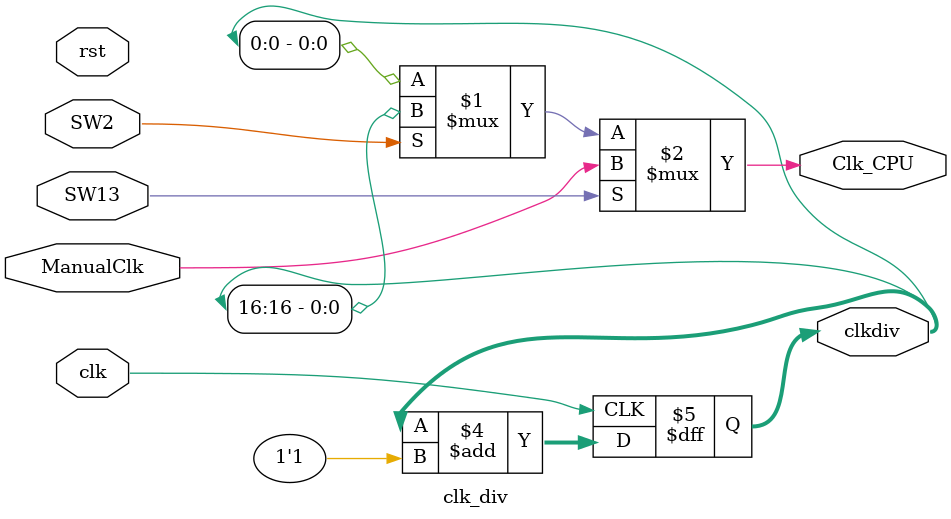
<source format=v>
`timescale 1ns / 1ps
module clk_div(		input clk,
					input rst,
					input SW2,
					input SW13,
					input ManualClk,
					output reg [31:0] clkdiv,
					output Clk_CPU
    );
	assign Clk_CPU = SW13 ? (ManualClk) : (SW2 ? clkdiv[16]:clkdiv[0]);
	
	
	always @ (posedge clk) begin
        clkdiv <= clkdiv + 1'b1;
	end

endmodule

</source>
